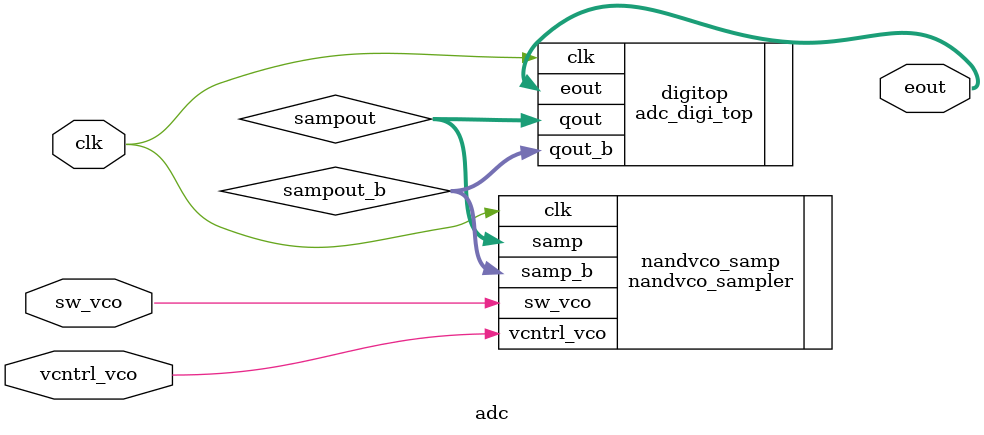
<source format=v>

module adc (vcntrl_vco,sw_vco,eout,clk );
   input vcntrl_vco;
   input clk;
   input 	 sw_vco;
   output [5:0]  eout;
   wire [31:0] 	 sampout;
   wire [31:0] 	 sampout_b;
   

   nandvco_sampler nandvco_samp(.vcntrl_vco(vcntrl_vco), .sw_vco(sw_vco), .clk(clk), .samp(sampout[31:0]), .samp_b(sampout_b[31:0]));

   adc_digi_top digitop(.qout(sampout[31:0]), .qout_b(sampout_b[31:0]), .eout(eout[5:0]), .clk(clk));
   
   
endmodule

</source>
